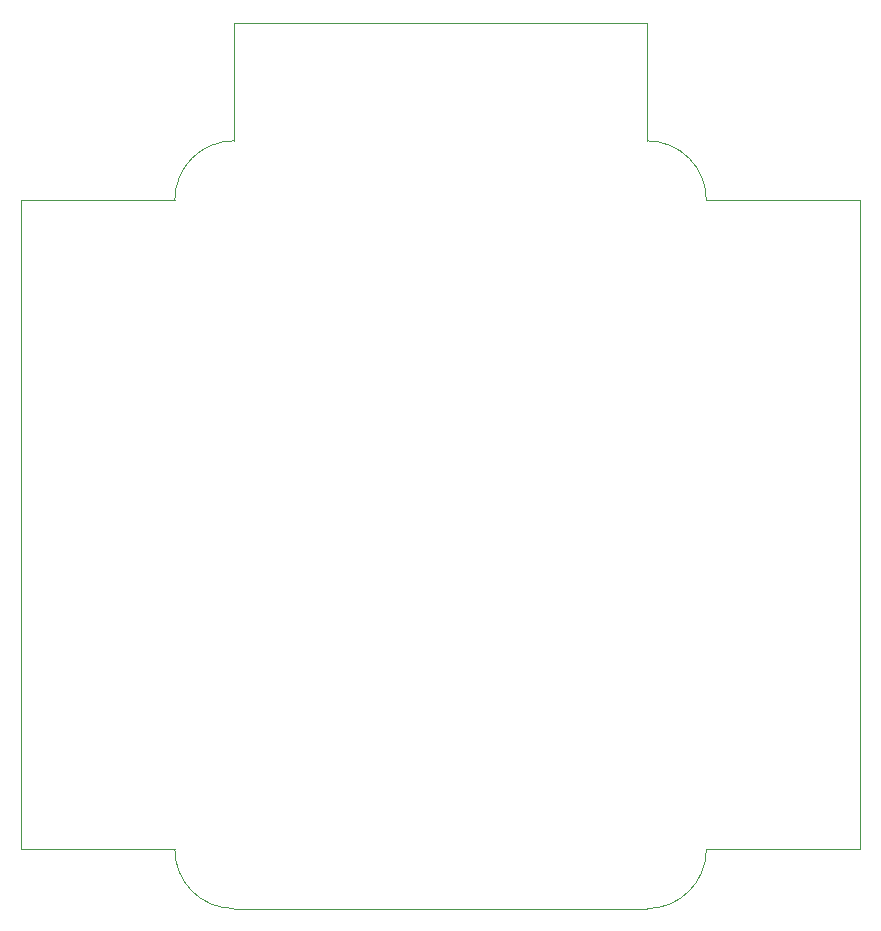
<source format=gbr>
%TF.GenerationSoftware,KiCad,Pcbnew,9.0.3*%
%TF.CreationDate,2025-12-03T23:50:38-08:00*%
%TF.ProjectId,AS 3,41532033-2e6b-4696-9361-645f70636258,V3*%
%TF.SameCoordinates,Original*%
%TF.FileFunction,Profile,NP*%
%FSLAX46Y46*%
G04 Gerber Fmt 4.6, Leading zero omitted, Abs format (unit mm)*
G04 Created by KiCad (PCBNEW 9.0.3) date 2025-12-03 23:50:38*
%MOMM*%
%LPD*%
G01*
G04 APERTURE LIST*
%TA.AperFunction,Profile*%
%ADD10C,0.050000*%
%TD*%
G04 APERTURE END LIST*
D10*
X90000000Y-40000000D02*
X90000000Y-50000000D01*
X55000000Y-40000000D02*
X90000000Y-40000000D01*
X55000000Y-50000000D02*
X55000000Y-40000000D01*
X50000000Y-55000000D02*
X50000000Y-55000000D01*
X37000000Y-110000000D02*
X50000000Y-110000000D01*
X37000000Y-55000000D02*
X37000000Y-110000000D01*
X50000000Y-55000000D02*
X37000000Y-55000000D01*
X108000000Y-110000000D02*
X95000000Y-110000000D01*
X108000000Y-55000000D02*
X108000000Y-110000000D01*
X95000000Y-55000000D02*
X108000000Y-55000000D01*
X90000000Y-50000000D02*
G75*
G02*
X95000000Y-55000000I0J-5000000D01*
G01*
X95000000Y-110000000D02*
G75*
G02*
X90000000Y-115000000I-5000000J0D01*
G01*
X90000000Y-115000000D02*
X55000000Y-115000000D01*
X55000000Y-115000000D02*
G75*
G02*
X50000000Y-110000000I0J5000000D01*
G01*
X50000000Y-55000000D02*
G75*
G02*
X55000000Y-50000000I5000000J0D01*
G01*
M02*

</source>
